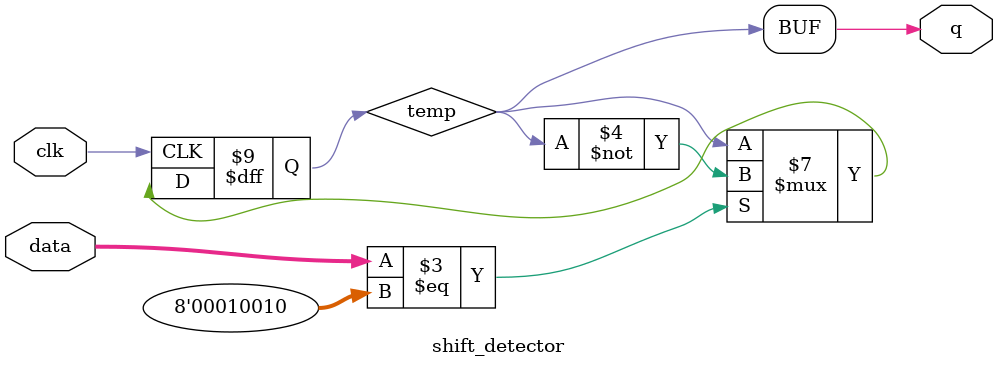
<source format=sv>
module shift_detector (output logic q, input logic [7:0] data, input logic clk);

logic temp = 0;

always_comb begin

    q = temp;


end

// ps2 clock
// so it toggles once per key press
always_ff @(negedge clk) begin

  
    if (data == 8'h12) begin

        temp = ~temp;


    end




end




endmodule
</source>
